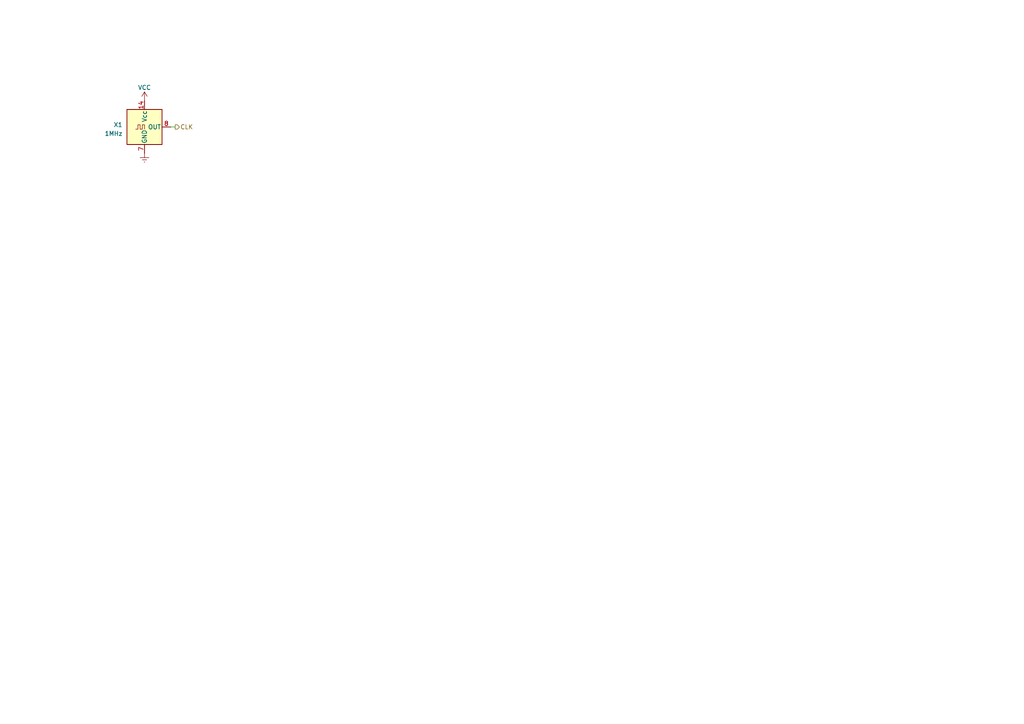
<source format=kicad_sch>
(kicad_sch (version 20230121) (generator eeschema)
  (paper "A4")
  (lib_symbols
    (symbol "Oscillator:ACO-xxxMHz" (pin_names (offset 0.254))
      (property "Reference" "X" (at -5.08 6.35 0))
      (property "Value" "ACO-xxxMHz" (at 1.27 -6.35 0))
      (symbol "ACO-xxxMHz_0_1"
        (rectangle (start -5.08 5.08) (end 5.08 -5.08) (stroke (width 0.254)) (fill (type background)))
        (polyline (pts (xy -2.54 -0.635) (xy -1.905 -0.635) (xy -1.905 0.635) (xy -1.27 0.635) (xy -1.27 -0.635) (xy -0.635 -0.635) (xy -0.635 0.635) (xy 0 0.635) (xy 0 -0.635)))
      )
      (symbol "ACO-xxxMHz_1_1"
        (pin no_connect line (at -5.08 2.54 0) (length 2.54) hide (name "NC") (number "1"))
        (pin power_in line (at 0 7.62 270) (length 2.54) (name "Vcc") (number "14"))
        (pin power_in line (at 0 -7.62 90) (length 2.54) (name "GND") (number "7"))
        (pin output line (at 7.62 0 180) (length 2.54) (name "OUT") (number "8"))
      )
    )
    (symbol "power:Earth" (power) (pin_names (offset 0))
      (symbol "Earth_0_1"
        (polyline (pts (xy -0.635 -1.905) (xy 0.635 -1.905)))
        (polyline (pts (xy -0.127 -2.54) (xy 0.127 -2.54)))
        (polyline (pts (xy 0 -1.27) (xy 0 0)))
        (polyline (pts (xy 1.27 -1.27) (xy -1.27 -1.27)))
      )
      (symbol "Earth_1_1"
        (pin power_in line (at 0 0 270) (length 0) hide (name "Earth") (number "1"))
      )
    )
    (symbol "power:VCC" (power) (pin_names (offset 0))
      (property "Value" "VCC" (at 0 3.81 0))
      (symbol "VCC_0_1"
        (polyline (pts (xy -0.762 1.27) (xy 0 2.54)))
        (polyline (pts (xy 0 0) (xy 0 2.54)))
        (polyline (pts (xy 0 2.54) (xy 0.762 1.27)))
      )
      (symbol "VCC_1_1"
        (pin power_in line (at 0 0 90) (length 0) hide (name "VCC") (number "1"))
      )
    )
  )
  (wire (pts (xy 50.8 36.83) (xy 49.53 36.83)))
  (hierarchical_label "CLK" (shape output) (at 50.8 36.83 0))
  (symbol (lib_id "power:VCC") (at 41.91 29.21 0) (unit 1)
    (property "Reference" "#PWR01" (effects hide))
    (property "Value" "+5V" (at 41.91 25.4 0))
  )
  (symbol (lib_id "Oscillator:ACO-xxxMHz") (at 41.91 36.83 0) (unit 1)
    (property "Reference" "X1" (at 35.56 36.195 0) (effects (justify right)))
    (property "Value" "1MHz" (at 35.56 38.735 0) (effects (justify right)))
    (property "Footprint" "Oscillator:Oscillator_DIP-14" (effects hide))
    (property "Datasheet" "http://www.conwin.com/datasheets/cx/cx030.pdf" (effects hide))
  )
  (symbol (lib_id "power:Earth") (at 41.91 44.45 0) (unit 1)
    (property "Reference" "#PWR04" (effects hide))
    (property "Value" "Earth" (effects hide))
  )
)
</source>
